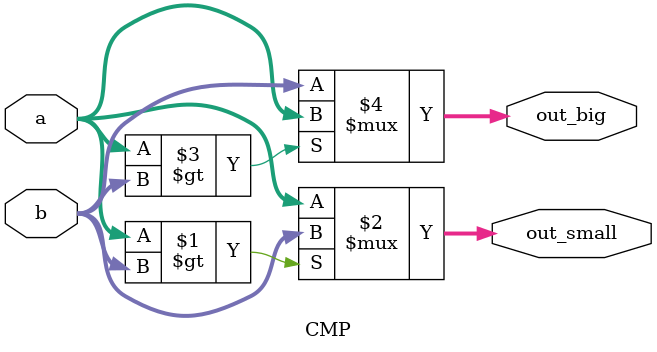
<source format=v>
/* Comparator */
module CMP #(parameter WIDTH=32)(
    // Input signals
    a,
    b,
    // Output signals
    out_small,
    out_big
);

input [WIDTH-1:0] a, b;

output [WIDTH-1:0] out_small, out_big;

assign out_small = (a > b) ? b : a;
assign out_big = (a > b) ? a : b;
    
endmodule
</source>
